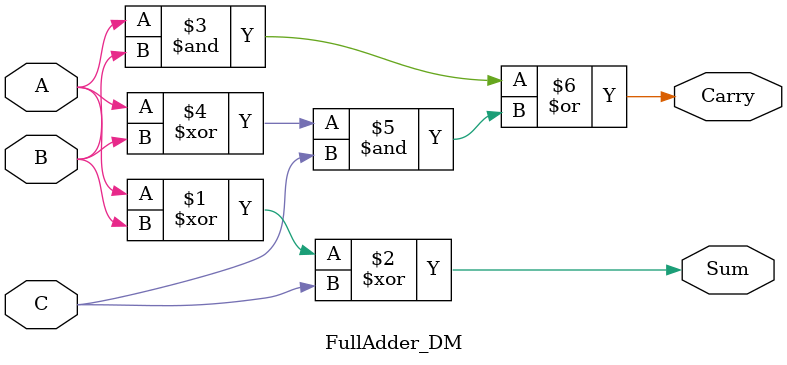
<source format=v>
module FullAdder_DM(A,B,C,Carry,Sum);
input A,B,C;
output Carry,Sum;

assign Sum = A^B^C;
assign Carry = (A&B) | ((A^B)&C);

endmodule  

</source>
